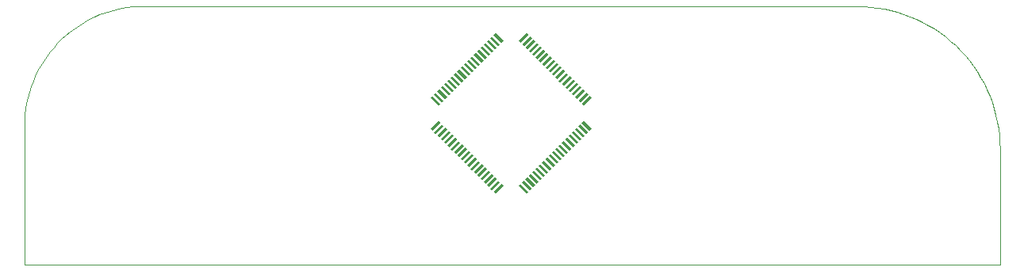
<source format=gtp>
G75*
G70*
%OFA0B0*%
%FSLAX24Y24*%
%IPPOS*%
%LPD*%
%AMOC8*
5,1,8,0,0,1.08239X$1,22.5*
%
%ADD10C,0.0000*%
%ADD11R,0.0106X0.0472*%
%ADD12R,0.0472X0.0106*%
D10*
X000183Y002893D02*
X000183Y008750D01*
X000182Y008750D02*
X000188Y008989D01*
X000205Y009227D01*
X000233Y009464D01*
X000273Y009699D01*
X000323Y009932D01*
X000385Y010163D01*
X000458Y010390D01*
X000541Y010614D01*
X000635Y010833D01*
X000739Y011048D01*
X000854Y011257D01*
X000978Y011461D01*
X001112Y011658D01*
X001255Y011849D01*
X001407Y012033D01*
X001567Y012210D01*
X001736Y012379D01*
X001913Y012539D01*
X002097Y012691D01*
X002288Y012834D01*
X002485Y012968D01*
X002689Y013092D01*
X002898Y013207D01*
X003113Y013311D01*
X003332Y013405D01*
X003556Y013488D01*
X003783Y013561D01*
X004014Y013623D01*
X004247Y013673D01*
X004482Y013713D01*
X004719Y013741D01*
X004957Y013758D01*
X005196Y013764D01*
X005196Y013763D02*
X035171Y013763D01*
X035171Y013764D02*
X035457Y013757D01*
X035742Y013737D01*
X036025Y013703D01*
X036307Y013655D01*
X036586Y013595D01*
X036863Y013521D01*
X037135Y013434D01*
X037402Y013334D01*
X037665Y013221D01*
X037922Y013097D01*
X038173Y012960D01*
X038417Y012811D01*
X038654Y012651D01*
X038882Y012479D01*
X039103Y012298D01*
X039314Y012105D01*
X039516Y011903D01*
X039709Y011692D01*
X039890Y011471D01*
X040062Y011243D01*
X040222Y011006D01*
X040371Y010762D01*
X040508Y010511D01*
X040632Y010254D01*
X040745Y009991D01*
X040845Y009724D01*
X040932Y009452D01*
X041006Y009175D01*
X041066Y008896D01*
X041114Y008614D01*
X041148Y008331D01*
X041168Y008046D01*
X041175Y007760D01*
X041175Y002893D01*
X000183Y002893D01*
D11*
G36*
X021369Y005960D02*
X021294Y005885D01*
X020961Y006218D01*
X021036Y006293D01*
X021369Y005960D01*
G37*
G36*
X021508Y006100D02*
X021433Y006025D01*
X021100Y006358D01*
X021175Y006433D01*
X021508Y006100D01*
G37*
G36*
X021647Y006239D02*
X021572Y006164D01*
X021239Y006497D01*
X021314Y006572D01*
X021647Y006239D01*
G37*
G36*
X021787Y006378D02*
X021712Y006303D01*
X021379Y006636D01*
X021454Y006711D01*
X021787Y006378D01*
G37*
G36*
X021926Y006517D02*
X021851Y006442D01*
X021518Y006775D01*
X021593Y006850D01*
X021926Y006517D01*
G37*
G36*
X022065Y006656D02*
X021990Y006581D01*
X021657Y006914D01*
X021732Y006989D01*
X022065Y006656D01*
G37*
G36*
X022204Y006796D02*
X022129Y006721D01*
X021796Y007054D01*
X021871Y007129D01*
X022204Y006796D01*
G37*
G36*
X022343Y006935D02*
X022268Y006860D01*
X021935Y007193D01*
X022010Y007268D01*
X022343Y006935D01*
G37*
G36*
X022483Y007074D02*
X022408Y006999D01*
X022075Y007332D01*
X022150Y007407D01*
X022483Y007074D01*
G37*
G36*
X022622Y007213D02*
X022547Y007138D01*
X022214Y007471D01*
X022289Y007546D01*
X022622Y007213D01*
G37*
G36*
X022761Y007352D02*
X022686Y007277D01*
X022353Y007610D01*
X022428Y007685D01*
X022761Y007352D01*
G37*
G36*
X022900Y007492D02*
X022825Y007417D01*
X022492Y007750D01*
X022567Y007825D01*
X022900Y007492D01*
G37*
G36*
X023039Y007631D02*
X022964Y007556D01*
X022631Y007889D01*
X022706Y007964D01*
X023039Y007631D01*
G37*
G36*
X023179Y007770D02*
X023104Y007695D01*
X022771Y008028D01*
X022846Y008103D01*
X023179Y007770D01*
G37*
G36*
X023318Y007909D02*
X023243Y007834D01*
X022910Y008167D01*
X022985Y008242D01*
X023318Y007909D01*
G37*
G36*
X023457Y008048D02*
X023382Y007973D01*
X023049Y008306D01*
X023124Y008381D01*
X023457Y008048D01*
G37*
G36*
X023596Y008188D02*
X023521Y008113D01*
X023188Y008446D01*
X023263Y008521D01*
X023596Y008188D01*
G37*
G36*
X023735Y008327D02*
X023660Y008252D01*
X023327Y008585D01*
X023402Y008660D01*
X023735Y008327D01*
G37*
G36*
X023874Y008466D02*
X023799Y008391D01*
X023466Y008724D01*
X023541Y008799D01*
X023874Y008466D01*
G37*
G36*
X024014Y008605D02*
X023939Y008530D01*
X023606Y008863D01*
X023681Y008938D01*
X024014Y008605D01*
G37*
G36*
X018362Y010359D02*
X018287Y010284D01*
X017954Y010617D01*
X018029Y010692D01*
X018362Y010359D01*
G37*
G36*
X018502Y010498D02*
X018427Y010423D01*
X018094Y010756D01*
X018169Y010831D01*
X018502Y010498D01*
G37*
G36*
X018641Y010637D02*
X018566Y010562D01*
X018233Y010895D01*
X018308Y010970D01*
X018641Y010637D01*
G37*
G36*
X018780Y010777D02*
X018705Y010702D01*
X018372Y011035D01*
X018447Y011110D01*
X018780Y010777D01*
G37*
G36*
X018919Y010916D02*
X018844Y010841D01*
X018511Y011174D01*
X018586Y011249D01*
X018919Y010916D01*
G37*
G36*
X019058Y011055D02*
X018983Y010980D01*
X018650Y011313D01*
X018725Y011388D01*
X019058Y011055D01*
G37*
G36*
X019198Y011194D02*
X019123Y011119D01*
X018790Y011452D01*
X018865Y011527D01*
X019198Y011194D01*
G37*
G36*
X019337Y011333D02*
X019262Y011258D01*
X018929Y011591D01*
X019004Y011666D01*
X019337Y011333D01*
G37*
G36*
X019476Y011473D02*
X019401Y011398D01*
X019068Y011731D01*
X019143Y011806D01*
X019476Y011473D01*
G37*
G36*
X019615Y011612D02*
X019540Y011537D01*
X019207Y011870D01*
X019282Y011945D01*
X019615Y011612D01*
G37*
G36*
X019754Y011751D02*
X019679Y011676D01*
X019346Y012009D01*
X019421Y012084D01*
X019754Y011751D01*
G37*
G36*
X019894Y011890D02*
X019819Y011815D01*
X019486Y012148D01*
X019561Y012223D01*
X019894Y011890D01*
G37*
G36*
X020033Y012029D02*
X019958Y011954D01*
X019625Y012287D01*
X019700Y012362D01*
X020033Y012029D01*
G37*
G36*
X020172Y012169D02*
X020097Y012094D01*
X019764Y012427D01*
X019839Y012502D01*
X020172Y012169D01*
G37*
G36*
X020311Y012308D02*
X020236Y012233D01*
X019903Y012566D01*
X019978Y012641D01*
X020311Y012308D01*
G37*
G36*
X018223Y010220D02*
X018148Y010145D01*
X017815Y010478D01*
X017890Y010553D01*
X018223Y010220D01*
G37*
G36*
X018084Y010081D02*
X018009Y010006D01*
X017676Y010339D01*
X017751Y010414D01*
X018084Y010081D01*
G37*
G36*
X017945Y009941D02*
X017870Y009866D01*
X017537Y010199D01*
X017612Y010274D01*
X017945Y009941D01*
G37*
G36*
X017806Y009802D02*
X017731Y009727D01*
X017398Y010060D01*
X017473Y010135D01*
X017806Y009802D01*
G37*
G36*
X017666Y009663D02*
X017591Y009588D01*
X017258Y009921D01*
X017333Y009996D01*
X017666Y009663D01*
G37*
D12*
G36*
X017666Y008863D02*
X017333Y008530D01*
X017258Y008605D01*
X017591Y008938D01*
X017666Y008863D01*
G37*
G36*
X017806Y008724D02*
X017473Y008391D01*
X017398Y008466D01*
X017731Y008799D01*
X017806Y008724D01*
G37*
G36*
X017945Y008585D02*
X017612Y008252D01*
X017537Y008327D01*
X017870Y008660D01*
X017945Y008585D01*
G37*
G36*
X018084Y008446D02*
X017751Y008113D01*
X017676Y008188D01*
X018009Y008521D01*
X018084Y008446D01*
G37*
G36*
X018223Y008306D02*
X017890Y007973D01*
X017815Y008048D01*
X018148Y008381D01*
X018223Y008306D01*
G37*
G36*
X018362Y008167D02*
X018029Y007834D01*
X017954Y007909D01*
X018287Y008242D01*
X018362Y008167D01*
G37*
G36*
X018502Y008028D02*
X018169Y007695D01*
X018094Y007770D01*
X018427Y008103D01*
X018502Y008028D01*
G37*
G36*
X018641Y007889D02*
X018308Y007556D01*
X018233Y007631D01*
X018566Y007964D01*
X018641Y007889D01*
G37*
G36*
X018780Y007750D02*
X018447Y007417D01*
X018372Y007492D01*
X018705Y007825D01*
X018780Y007750D01*
G37*
G36*
X018919Y007610D02*
X018586Y007277D01*
X018511Y007352D01*
X018844Y007685D01*
X018919Y007610D01*
G37*
G36*
X019058Y007471D02*
X018725Y007138D01*
X018650Y007213D01*
X018983Y007546D01*
X019058Y007471D01*
G37*
G36*
X019198Y007332D02*
X018865Y006999D01*
X018790Y007074D01*
X019123Y007407D01*
X019198Y007332D01*
G37*
G36*
X019337Y007193D02*
X019004Y006860D01*
X018929Y006935D01*
X019262Y007268D01*
X019337Y007193D01*
G37*
G36*
X019476Y007054D02*
X019143Y006721D01*
X019068Y006796D01*
X019401Y007129D01*
X019476Y007054D01*
G37*
G36*
X019615Y006914D02*
X019282Y006581D01*
X019207Y006656D01*
X019540Y006989D01*
X019615Y006914D01*
G37*
G36*
X019754Y006775D02*
X019421Y006442D01*
X019346Y006517D01*
X019679Y006850D01*
X019754Y006775D01*
G37*
G36*
X019894Y006636D02*
X019561Y006303D01*
X019486Y006378D01*
X019819Y006711D01*
X019894Y006636D01*
G37*
G36*
X020033Y006497D02*
X019700Y006164D01*
X019625Y006239D01*
X019958Y006572D01*
X020033Y006497D01*
G37*
G36*
X020172Y006358D02*
X019839Y006025D01*
X019764Y006100D01*
X020097Y006433D01*
X020172Y006358D01*
G37*
G36*
X020311Y006218D02*
X019978Y005885D01*
X019903Y005960D01*
X020236Y006293D01*
X020311Y006218D01*
G37*
G36*
X024014Y009921D02*
X023681Y009588D01*
X023606Y009663D01*
X023939Y009996D01*
X024014Y009921D01*
G37*
G36*
X023874Y010060D02*
X023541Y009727D01*
X023466Y009802D01*
X023799Y010135D01*
X023874Y010060D01*
G37*
G36*
X023735Y010199D02*
X023402Y009866D01*
X023327Y009941D01*
X023660Y010274D01*
X023735Y010199D01*
G37*
G36*
X023596Y010339D02*
X023263Y010006D01*
X023188Y010081D01*
X023521Y010414D01*
X023596Y010339D01*
G37*
G36*
X023457Y010478D02*
X023124Y010145D01*
X023049Y010220D01*
X023382Y010553D01*
X023457Y010478D01*
G37*
G36*
X023318Y010617D02*
X022985Y010284D01*
X022910Y010359D01*
X023243Y010692D01*
X023318Y010617D01*
G37*
G36*
X023179Y010756D02*
X022846Y010423D01*
X022771Y010498D01*
X023104Y010831D01*
X023179Y010756D01*
G37*
G36*
X023039Y010895D02*
X022706Y010562D01*
X022631Y010637D01*
X022964Y010970D01*
X023039Y010895D01*
G37*
G36*
X022900Y011035D02*
X022567Y010702D01*
X022492Y010777D01*
X022825Y011110D01*
X022900Y011035D01*
G37*
G36*
X022761Y011174D02*
X022428Y010841D01*
X022353Y010916D01*
X022686Y011249D01*
X022761Y011174D01*
G37*
G36*
X022622Y011313D02*
X022289Y010980D01*
X022214Y011055D01*
X022547Y011388D01*
X022622Y011313D01*
G37*
G36*
X022483Y011452D02*
X022150Y011119D01*
X022075Y011194D01*
X022408Y011527D01*
X022483Y011452D01*
G37*
G36*
X022343Y011591D02*
X022010Y011258D01*
X021935Y011333D01*
X022268Y011666D01*
X022343Y011591D01*
G37*
G36*
X022204Y011731D02*
X021871Y011398D01*
X021796Y011473D01*
X022129Y011806D01*
X022204Y011731D01*
G37*
G36*
X022065Y011870D02*
X021732Y011537D01*
X021657Y011612D01*
X021990Y011945D01*
X022065Y011870D01*
G37*
G36*
X021926Y012009D02*
X021593Y011676D01*
X021518Y011751D01*
X021851Y012084D01*
X021926Y012009D01*
G37*
G36*
X021787Y012148D02*
X021454Y011815D01*
X021379Y011890D01*
X021712Y012223D01*
X021787Y012148D01*
G37*
G36*
X021647Y012287D02*
X021314Y011954D01*
X021239Y012029D01*
X021572Y012362D01*
X021647Y012287D01*
G37*
G36*
X021508Y012427D02*
X021175Y012094D01*
X021100Y012169D01*
X021433Y012502D01*
X021508Y012427D01*
G37*
G36*
X021369Y012566D02*
X021036Y012233D01*
X020961Y012308D01*
X021294Y012641D01*
X021369Y012566D01*
G37*
M02*

</source>
